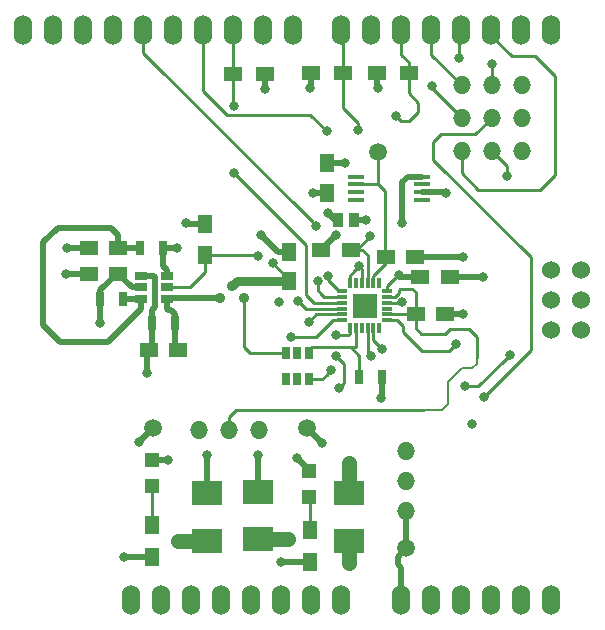
<source format=gtl>
G04 #@! TF.GenerationSoftware,KiCad,Pcbnew,no-vcs-found-2a3a699~58~ubuntu16.04.1*
G04 #@! TF.CreationDate,2017-05-21T17:49:45+03:00*
G04 #@! TF.ProjectId,interferometer,696E7465726665726F6D657465722E6B,rev?*
G04 #@! TF.FileFunction,Copper,L1,Top,Signal*
G04 #@! TF.FilePolarity,Positive*
%FSLAX46Y46*%
G04 Gerber Fmt 4.6, Leading zero omitted, Abs format (unit mm)*
G04 Created by KiCad (PCBNEW no-vcs-found-2a3a699~58~ubuntu16.04.1) date Sun May 21 17:49:45 2017*
%MOMM*%
%LPD*%
G01*
G04 APERTURE LIST*
%ADD10C,0.100000*%
%ADD11R,0.970000X1.270000*%
%ADD12R,1.473200X0.355600*%
%ADD13R,1.500000X1.250000*%
%ADD14R,1.060000X0.650000*%
%ADD15R,0.700000X1.300000*%
%ADD16C,1.500000*%
%ADD17R,1.200000X1.200000*%
%ADD18R,1.300000X1.500000*%
%ADD19O,1.524000X1.524000*%
%ADD20C,0.900000*%
%ADD21R,2.100000X2.100000*%
%ADD22R,0.812800X0.304800*%
%ADD23R,0.304800X0.812800*%
%ADD24R,1.250000X1.500000*%
%ADD25R,2.500000X2.000000*%
%ADD26R,1.500000X1.300000*%
%ADD27R,0.650000X1.060000*%
%ADD28C,1.524000*%
%ADD29O,1.524000X2.540000*%
%ADD30C,0.800000*%
%ADD31C,0.508000*%
%ADD32C,0.250000*%
%ADD33C,1.270000*%
%ADD34C,0.762000*%
%ADD35C,0.200660*%
G04 APERTURE END LIST*
D10*
D11*
X162915600Y-89916000D03*
X161635600Y-89916000D03*
D12*
X163098599Y-88198599D03*
X163098599Y-87548601D03*
X163098599Y-86898599D03*
X163098599Y-86248601D03*
X168737399Y-86248601D03*
X168737399Y-86898599D03*
X168737399Y-87548601D03*
X168737399Y-88198599D03*
D13*
X171049000Y-94742000D03*
X168549000Y-94742000D03*
X140482000Y-94488000D03*
X142982000Y-94488000D03*
D14*
X147150000Y-95631000D03*
X147150000Y-94681000D03*
X147150000Y-96581000D03*
X144950000Y-96581000D03*
X144950000Y-95631000D03*
X144950000Y-94681000D03*
D15*
X143378000Y-96647000D03*
X141478000Y-96647000D03*
D16*
X159004000Y-107569000D03*
X167386000Y-117729000D03*
X164973000Y-84201000D03*
X145923000Y-107569000D03*
D17*
X159131000Y-113368000D03*
X159131000Y-111168000D03*
X145846800Y-112453600D03*
X145846800Y-110253600D03*
D18*
X159207200Y-118901200D03*
X159207200Y-116201200D03*
X145846800Y-118469400D03*
X145846800Y-115769400D03*
D19*
X167386000Y-114554000D03*
X167386000Y-112014000D03*
X167386000Y-109474000D03*
D20*
X153638000Y-96520000D03*
X151638000Y-96520000D03*
X152638000Y-95520000D03*
D21*
X163850000Y-97167700D03*
D22*
X161957700Y-98417700D03*
X161957700Y-97917701D03*
X161957700Y-97417700D03*
X161957700Y-96917700D03*
X161957700Y-96417699D03*
X161957700Y-95917700D03*
D23*
X162600000Y-95275400D03*
X163099999Y-95275400D03*
X163600000Y-95275400D03*
X164100000Y-95275400D03*
X164600001Y-95275400D03*
X165100000Y-95275400D03*
D22*
X165742300Y-95917700D03*
X165742300Y-96417699D03*
X165742300Y-96917700D03*
X165742300Y-97417700D03*
X165742300Y-97917701D03*
X165742300Y-98417700D03*
D23*
X165100000Y-99060000D03*
X164600001Y-99060000D03*
X164100000Y-99060000D03*
X163600000Y-99060000D03*
X163099999Y-99060000D03*
X162600000Y-99060000D03*
D13*
X148062000Y-100965000D03*
X145562000Y-100965000D03*
D24*
X160655000Y-85110000D03*
X160655000Y-87610000D03*
X157480000Y-92603000D03*
X157480000Y-95103000D03*
D13*
X168128000Y-93091000D03*
X165628000Y-93091000D03*
X170668000Y-97917000D03*
X168168000Y-97917000D03*
X160167000Y-92456000D03*
X162667000Y-92456000D03*
X142982000Y-92329000D03*
X140482000Y-92329000D03*
D25*
X162560000Y-117062000D03*
X162560000Y-113062000D03*
X150495000Y-117062000D03*
X150495000Y-113062000D03*
X154813000Y-116935000D03*
X154813000Y-112935000D03*
D15*
X147762000Y-98679000D03*
X145862000Y-98679000D03*
X165288000Y-103251000D03*
X163388000Y-103251000D03*
X144846000Y-92329000D03*
X146746000Y-92329000D03*
D18*
X150368000Y-92917000D03*
X150368000Y-90217000D03*
D26*
X162005000Y-77470000D03*
X159305000Y-77470000D03*
X152701000Y-77597000D03*
X155401000Y-77597000D03*
X167593000Y-77470000D03*
X164893000Y-77470000D03*
D27*
X158158000Y-101201000D03*
X157208000Y-101201000D03*
X159108000Y-101201000D03*
X159108000Y-103401000D03*
X158158000Y-103401000D03*
X157208000Y-103401000D03*
D19*
X172085000Y-81280000D03*
X174625000Y-81280000D03*
X177165000Y-81280000D03*
X172085000Y-78486000D03*
X174625000Y-78486000D03*
X177165000Y-78486000D03*
X149860000Y-107696000D03*
X152400000Y-107696000D03*
X154940000Y-107696000D03*
X172085000Y-84074000D03*
X174625000Y-84074000D03*
X177165000Y-84074000D03*
D28*
X182206173Y-99230349D03*
X179666173Y-99230349D03*
X182206173Y-96690349D03*
X179666173Y-96690349D03*
X182206173Y-94150349D03*
X179666173Y-94150349D03*
D29*
X144106173Y-122090349D03*
X146646173Y-122090349D03*
X134962173Y-73830349D03*
X137502173Y-73830349D03*
X154266173Y-122090349D03*
X140042173Y-73830349D03*
X142582173Y-73830349D03*
X145122173Y-73830349D03*
X147662173Y-73830349D03*
X150202173Y-73830349D03*
X152742173Y-73830349D03*
X155282173Y-73830349D03*
X157822173Y-73830349D03*
X161886173Y-73830349D03*
X164426173Y-73830349D03*
X166966173Y-73830349D03*
X169506173Y-73830349D03*
X172046173Y-73830349D03*
X174586173Y-73830349D03*
X177126173Y-73830349D03*
X179666173Y-73830349D03*
X149186173Y-122090349D03*
X151726173Y-122090349D03*
X156806173Y-122090349D03*
X159346173Y-122090349D03*
X161886173Y-122090349D03*
X172046173Y-122090349D03*
X169506173Y-122090349D03*
X166966173Y-122090349D03*
X174586173Y-122090349D03*
X177126173Y-122090349D03*
X179666173Y-122090349D03*
D30*
X160782000Y-89357200D03*
X173863000Y-94742000D03*
X172974000Y-107188000D03*
X157607000Y-99822000D03*
X156591000Y-96901000D03*
X161417000Y-91186000D03*
X156794200Y-118897400D03*
X143510000Y-118440200D03*
X148082000Y-117094000D03*
X157353000Y-116967000D03*
X162560000Y-118999000D03*
X162179000Y-85090000D03*
X138557000Y-94488000D03*
X138684000Y-92329000D03*
X155067000Y-91186000D03*
X172212000Y-93091000D03*
X172212000Y-97917000D03*
X147243800Y-110236000D03*
X144780000Y-108712000D03*
X148717000Y-90170000D03*
X164973000Y-78740000D03*
X159258004Y-78740000D03*
X155447998Y-78867000D03*
X147955000Y-92329000D03*
X150495000Y-109855000D03*
X171831000Y-76200000D03*
X169545000Y-78613000D03*
X166497000Y-81153000D03*
X158242000Y-96774000D03*
X163322000Y-82296000D03*
X171577000Y-100457000D03*
X154813000Y-92964000D03*
X152781000Y-80264000D03*
X152781000Y-85979000D03*
X160781942Y-94664927D03*
X160655000Y-82423000D03*
X159758239Y-90431761D03*
X159892980Y-95123000D03*
X170727659Y-87590341D03*
X156083000Y-93599000D03*
X159111000Y-98552000D03*
X164338000Y-91313000D03*
X159512000Y-87630000D03*
X158115000Y-110109004D03*
X154813000Y-109855000D03*
X160274000Y-108839000D03*
X161417000Y-101436010D03*
X161417000Y-99695000D03*
X161671000Y-104140000D03*
X175895000Y-86233000D03*
X176149000Y-101346000D03*
X172338994Y-104013000D03*
X165354000Y-100838000D03*
X174625000Y-76708000D03*
X173990000Y-104902000D03*
X164406160Y-101414160D03*
X163982400Y-89916000D03*
X163850000Y-97167700D03*
X166751000Y-94615010D03*
X163374990Y-93842140D03*
X165277800Y-105003600D03*
X167005000Y-90170000D03*
X141478000Y-98679000D03*
X162560000Y-110490000D03*
X166982288Y-96879498D03*
X161036000Y-102616000D03*
X145415000Y-102870000D03*
D31*
X166966173Y-119380000D02*
X166966173Y-122090349D01*
X167386000Y-117729000D02*
X166636001Y-118478999D01*
X166636001Y-118478999D02*
X166636001Y-119049828D01*
X166636001Y-119049828D02*
X166966173Y-119380000D01*
X167386000Y-114554000D02*
X167386000Y-117729000D01*
X161635600Y-89916000D02*
X161340800Y-89916000D01*
X161340800Y-89916000D02*
X160782000Y-89357200D01*
X171049000Y-94742000D02*
X173863000Y-94742000D01*
D32*
X161170300Y-98417700D02*
X159766000Y-99822000D01*
X159766000Y-99822000D02*
X157607000Y-99822000D01*
X161957700Y-98417700D02*
X161170300Y-98417700D01*
D31*
X160167000Y-92456000D02*
X160167000Y-92436000D01*
X160167000Y-92436000D02*
X161417000Y-91186000D01*
X159207200Y-118901200D02*
X156798000Y-118901200D01*
X156798000Y-118901200D02*
X156794200Y-118897400D01*
X145846800Y-118469400D02*
X143539200Y-118469400D01*
X143539200Y-118469400D02*
X143510000Y-118440200D01*
D33*
X150495000Y-117062000D02*
X148114000Y-117062000D01*
X148114000Y-117062000D02*
X148082000Y-117094000D01*
X154813000Y-116935000D02*
X157321000Y-116935000D01*
X157321000Y-116935000D02*
X157353000Y-116967000D01*
X162560000Y-117062000D02*
X162560000Y-118999000D01*
D31*
X160655000Y-85110000D02*
X162159000Y-85110000D01*
X162159000Y-85110000D02*
X162179000Y-85090000D01*
X140482000Y-94488000D02*
X138557000Y-94488000D01*
X140482000Y-92329000D02*
X138684000Y-92329000D01*
X157480000Y-92603000D02*
X156484000Y-92603000D01*
X156484000Y-92603000D02*
X155067000Y-91186000D01*
X168128000Y-93091000D02*
X172212000Y-93091000D01*
X170668000Y-97917000D02*
X172212000Y-97917000D01*
X145846800Y-110253600D02*
X147226200Y-110253600D01*
X147226200Y-110253600D02*
X147243800Y-110236000D01*
X145923000Y-107569000D02*
X144780000Y-108712000D01*
X150368000Y-90217000D02*
X148764000Y-90217000D01*
X148764000Y-90217000D02*
X148717000Y-90170000D01*
X164893000Y-77470000D02*
X164893000Y-78660000D01*
X164893000Y-78660000D02*
X164973000Y-78740000D01*
X159305000Y-78693004D02*
X159258004Y-78740000D01*
X159305000Y-77470000D02*
X159305000Y-78693004D01*
X155401000Y-78820002D02*
X155447998Y-78867000D01*
X155401000Y-77597000D02*
X155401000Y-78820002D01*
X147150000Y-94191000D02*
X146746000Y-93787000D01*
X146746000Y-93787000D02*
X146746000Y-92329000D01*
X147150000Y-94681000D02*
X147150000Y-94191000D01*
X146746000Y-92329000D02*
X147955000Y-92329000D01*
X150495000Y-113062000D02*
X150495000Y-109855000D01*
D32*
X147193000Y-94638000D02*
X147150000Y-94681000D01*
X178308000Y-76073000D02*
X176320824Y-76073000D01*
X176320824Y-76073000D02*
X174586173Y-74338349D01*
X174586173Y-74338349D02*
X174586173Y-73830349D01*
X179959000Y-77724000D02*
X178308000Y-76073000D01*
X179959000Y-86106000D02*
X179959000Y-77724000D01*
X178689000Y-87376000D02*
X179959000Y-86106000D01*
X173482000Y-87376000D02*
X178689000Y-87376000D01*
X172085000Y-85979000D02*
X173482000Y-87376000D01*
X172085000Y-84074000D02*
X172085000Y-85979000D01*
X171831000Y-76200000D02*
X171831000Y-74045522D01*
X171831000Y-74045522D02*
X172046173Y-73830349D01*
X172085000Y-81280000D02*
X169545000Y-78740000D01*
X169545000Y-78740000D02*
X169545000Y-78613000D01*
X172085000Y-78486000D02*
X169506173Y-75907173D01*
X169506173Y-75907173D02*
X169506173Y-73830349D01*
X167593000Y-77470000D02*
X167593000Y-76570000D01*
X167593000Y-76570000D02*
X166966173Y-75943173D01*
X166966173Y-75943173D02*
X166966173Y-73830349D01*
X168402000Y-80010000D02*
X167593000Y-79201000D01*
X167593000Y-79201000D02*
X167593000Y-77470000D01*
X168402000Y-80772000D02*
X168402000Y-80010000D01*
X166831000Y-73965522D02*
X166966173Y-73830349D01*
X167621001Y-81552999D02*
X168402000Y-80772000D01*
X166497000Y-81153000D02*
X166896999Y-81552999D01*
X166896999Y-81552999D02*
X167621001Y-81552999D01*
X161957700Y-97417700D02*
X158885700Y-97417700D01*
X158885700Y-97417700D02*
X158242000Y-96774000D01*
X171577000Y-100457000D02*
X171022000Y-101012000D01*
X171022000Y-101012000D02*
X168703000Y-101012000D01*
X168703000Y-101012000D02*
X167132000Y-99441000D01*
X167132000Y-99441000D02*
X167132000Y-98933000D01*
X167132000Y-98933000D02*
X166616700Y-98417700D01*
X166616700Y-98417700D02*
X165742300Y-98417700D01*
X162005000Y-77470000D02*
X162005000Y-73949176D01*
X162005000Y-73949176D02*
X161886173Y-73830349D01*
X163322000Y-82296000D02*
X163322000Y-81730315D01*
X163322000Y-81730315D02*
X162005000Y-80413315D01*
X162005000Y-78370000D02*
X162005000Y-77470000D01*
X162005000Y-80413315D02*
X162005000Y-78370000D01*
X150368000Y-92917000D02*
X154766000Y-92917000D01*
X154766000Y-92917000D02*
X154813000Y-92964000D01*
X149098000Y-95631000D02*
X150368000Y-94361000D01*
X150368000Y-94361000D02*
X150368000Y-92917000D01*
X147150000Y-95631000D02*
X149098000Y-95631000D01*
X152701000Y-80184000D02*
X152781000Y-80264000D01*
X152701000Y-77597000D02*
X152701000Y-80184000D01*
X158877000Y-96266000D02*
X158877000Y-92075000D01*
X158877000Y-92075000D02*
X152781000Y-85979000D01*
X159528700Y-96917700D02*
X158877000Y-96266000D01*
X161957700Y-96917700D02*
X159528700Y-96917700D01*
X152701000Y-77597000D02*
X152701000Y-73871522D01*
X152701000Y-73871522D02*
X152742173Y-73830349D01*
X160655000Y-82423000D02*
X159258000Y-81026000D01*
X159258000Y-81026000D02*
X152196800Y-81026000D01*
X152196800Y-81026000D02*
X150202173Y-79031373D01*
X150202173Y-79031373D02*
X150202173Y-73830349D01*
X161957700Y-95917700D02*
X161703700Y-95917700D01*
X161703700Y-95917700D02*
X160781942Y-94995942D01*
X160781942Y-94995942D02*
X160781942Y-94664927D01*
X159358240Y-90031762D02*
X159758239Y-90431761D01*
X145122173Y-75795695D02*
X159358240Y-90031762D01*
X145122173Y-73830349D02*
X145122173Y-75795695D01*
X159892980Y-95688685D02*
X159892980Y-95123000D01*
X160165999Y-96157999D02*
X159892980Y-95884980D01*
X160425699Y-96417699D02*
X160165999Y-96157999D01*
X159892980Y-95884980D02*
X159892980Y-95688685D01*
X161957700Y-96417699D02*
X160425699Y-96417699D01*
X160274000Y-96266000D02*
X160165999Y-96157999D01*
D31*
X168737399Y-87548601D02*
X170685919Y-87548601D01*
X170685919Y-87548601D02*
X170727659Y-87590341D01*
D32*
X156101000Y-93599000D02*
X156083000Y-93599000D01*
X157480000Y-94978000D02*
X156101000Y-93599000D01*
X157480000Y-95103000D02*
X157480000Y-94978000D01*
D34*
X157480000Y-95103000D02*
X153055000Y-95103000D01*
X153055000Y-95103000D02*
X152638000Y-95520000D01*
D32*
X161957700Y-97917701D02*
X159745299Y-97917701D01*
X159745299Y-97917701D02*
X159111000Y-98552000D01*
X162667000Y-92456000D02*
X163195000Y-92456000D01*
X163195000Y-92456000D02*
X164338000Y-91313000D01*
X164100000Y-95275400D02*
X164100000Y-92889000D01*
X164100000Y-92889000D02*
X163667000Y-92456000D01*
X163667000Y-92456000D02*
X162667000Y-92456000D01*
D31*
X160655000Y-87610000D02*
X159532000Y-87610000D01*
X159532000Y-87610000D02*
X159512000Y-87630000D01*
X158514999Y-110509003D02*
X158115000Y-110109004D01*
X159131000Y-111125004D02*
X158514999Y-110509003D01*
X159131000Y-111168000D02*
X159131000Y-111125004D01*
X154813000Y-112935000D02*
X154813000Y-109855000D01*
X159004000Y-107569000D02*
X160274000Y-108839000D01*
D32*
X162070999Y-102090009D02*
X161816999Y-101836009D01*
X162070999Y-103740001D02*
X162070999Y-102090009D01*
X161671000Y-104140000D02*
X162070999Y-103740001D01*
X161816999Y-101836009D02*
X161417000Y-101436010D01*
X162433000Y-99695000D02*
X162600000Y-99528000D01*
X162600000Y-99528000D02*
X162600000Y-99060000D01*
X161417000Y-99695000D02*
X162433000Y-99695000D01*
X174625000Y-84074000D02*
X175895000Y-85344000D01*
X175895000Y-85344000D02*
X175895000Y-86233000D01*
X167894000Y-95758000D02*
X168168000Y-96032000D01*
X168168000Y-96032000D02*
X168168000Y-97917000D01*
X166878000Y-95758000D02*
X167894000Y-95758000D01*
X166751000Y-95885000D02*
X166878000Y-95758000D01*
X166751000Y-96065399D02*
X166751000Y-95885000D01*
X165742300Y-96417699D02*
X166398700Y-96417699D01*
X166398700Y-96417699D02*
X166751000Y-96065399D01*
X165742300Y-97917701D02*
X168167299Y-97917701D01*
D35*
X172974000Y-102489000D02*
X173355000Y-102108000D01*
X173355000Y-102108000D02*
X173355000Y-101600000D01*
X172085000Y-102489000D02*
X172974000Y-102489000D01*
X170942000Y-103632000D02*
X172085000Y-102489000D01*
X170942000Y-105537000D02*
X170942000Y-103632000D01*
X170434000Y-106045000D02*
X170942000Y-105537000D01*
X168910000Y-106045000D02*
X170434000Y-106045000D01*
D32*
X152400000Y-107696000D02*
X152400000Y-106618370D01*
X173355000Y-101600000D02*
X173355000Y-99822000D01*
X152400000Y-106618370D02*
X152973370Y-106045000D01*
X152973370Y-106045000D02*
X168910000Y-106045000D01*
X173355000Y-99822000D02*
X172720000Y-99187000D01*
X172720000Y-99187000D02*
X171069000Y-99187000D01*
X171069000Y-99187000D02*
X170688000Y-99568000D01*
X170688000Y-99568000D02*
X168656000Y-99568000D01*
X168656000Y-99568000D02*
X168168000Y-99080000D01*
X168168000Y-99080000D02*
X168168000Y-97917000D01*
X175749001Y-101745999D02*
X176149000Y-101346000D01*
X172338994Y-104013000D02*
X173482000Y-104013000D01*
X173482000Y-104013000D02*
X175749001Y-101745999D01*
X165354000Y-100838000D02*
X164592000Y-100076000D01*
X164592000Y-100076000D02*
X164600001Y-100067999D01*
X164600001Y-100067999D02*
X164600001Y-99060000D01*
X174625000Y-78486000D02*
X174625000Y-76708000D01*
X174389999Y-104502001D02*
X173990000Y-104902000D01*
X169672000Y-84836000D02*
X177927000Y-93091000D01*
X177927000Y-100965000D02*
X174389999Y-104502001D01*
X177927000Y-93091000D02*
X177927000Y-100965000D01*
X170307000Y-82677000D02*
X169672000Y-83312000D01*
X169672000Y-83312000D02*
X169672000Y-84836000D01*
X174625000Y-81280000D02*
X173228000Y-82677000D01*
X173228000Y-82677000D02*
X170307000Y-82677000D01*
X164100000Y-101108000D02*
X164406160Y-101414160D01*
X164100000Y-99060000D02*
X164100000Y-101108000D01*
D31*
X162915600Y-89916000D02*
X163982400Y-89916000D01*
X141485400Y-95859600D02*
X141485400Y-96639600D01*
X141485400Y-96639600D02*
X141478000Y-96647000D01*
X142982000Y-94488000D02*
X142857000Y-94488000D01*
X142857000Y-94488000D02*
X141485400Y-95859600D01*
D32*
X166642590Y-94615010D02*
X166751000Y-94615010D01*
X165742300Y-95917700D02*
X165742300Y-95515300D01*
X165742300Y-95515300D02*
X166642590Y-94615010D01*
D31*
X168549000Y-94742000D02*
X166877990Y-94742000D01*
X166877990Y-94742000D02*
X166751000Y-94615010D01*
D32*
X165742300Y-95917700D02*
X165996300Y-95917700D01*
X165996300Y-95917700D02*
X166029000Y-95885000D01*
X163600000Y-94067150D02*
X163374990Y-93842140D01*
X163600000Y-95275400D02*
X163600000Y-94067150D01*
X162600000Y-94617130D02*
X162974991Y-94242139D01*
X162600000Y-95275400D02*
X162600000Y-94617130D01*
X162974991Y-94242139D02*
X163374990Y-93842140D01*
D31*
X165288000Y-103251000D02*
X165288000Y-104993400D01*
X165288000Y-104993400D02*
X165277800Y-105003600D01*
X168737399Y-86248601D02*
X167492799Y-86248601D01*
X167492799Y-86248601D02*
X167005000Y-86736400D01*
X167005000Y-86736400D02*
X167005000Y-90170000D01*
X165288000Y-103251000D02*
X165288000Y-103571000D01*
X144950000Y-95631000D02*
X144125000Y-95631000D01*
X144125000Y-95631000D02*
X142982000Y-94488000D01*
X141478000Y-96647000D02*
X141478000Y-98679000D01*
D33*
X162560000Y-113062000D02*
X162560000Y-110490000D01*
D31*
X144950000Y-96581000D02*
X143444000Y-96581000D01*
X143444000Y-96581000D02*
X143378000Y-96647000D01*
X142982000Y-92329000D02*
X144846000Y-92329000D01*
X144950000Y-96581000D02*
X144950000Y-97414000D01*
X142135600Y-100228400D02*
X138049000Y-100228400D01*
X142387800Y-90601800D02*
X142982000Y-91196000D01*
X144950000Y-97414000D02*
X142135600Y-100228400D01*
X138049000Y-100228400D02*
X136652000Y-98831400D01*
X137871200Y-90601800D02*
X142387800Y-90601800D01*
X136652000Y-98831400D02*
X136652000Y-91821000D01*
X136652000Y-91821000D02*
X137871200Y-90601800D01*
X142982000Y-91196000D02*
X142982000Y-92329000D01*
D32*
X142857000Y-92329000D02*
X142982000Y-92329000D01*
X144884000Y-96647000D02*
X144950000Y-96581000D01*
D31*
X147762000Y-98679000D02*
X147762000Y-100665000D01*
X147762000Y-100665000D02*
X148062000Y-100965000D01*
X147472400Y-97561400D02*
X147762000Y-97851000D01*
X147762000Y-97851000D02*
X147762000Y-98679000D01*
X147297400Y-97561400D02*
X147472400Y-97561400D01*
X147150000Y-96581000D02*
X147150000Y-97414000D01*
X147150000Y-97414000D02*
X147297400Y-97561400D01*
X151638000Y-96520000D02*
X147211000Y-96520000D01*
X147211000Y-96520000D02*
X147150000Y-96581000D01*
D32*
X153670000Y-96647000D02*
X153670000Y-100711000D01*
X153670000Y-100711000D02*
X154160000Y-101201000D01*
X154160000Y-101201000D02*
X157208000Y-101201000D01*
X162179000Y-100711000D02*
X163099999Y-100711000D01*
X163099999Y-100711000D02*
X163099999Y-99060000D01*
X163388000Y-103251000D02*
X163388000Y-101412000D01*
X163388000Y-101412000D02*
X162687000Y-100711000D01*
X162687000Y-100711000D02*
X162179000Y-100711000D01*
X159108000Y-101201000D02*
X159108000Y-100996000D01*
X159108000Y-100996000D02*
X159393000Y-100711000D01*
X159393000Y-100711000D02*
X162179000Y-100711000D01*
X166944086Y-96917700D02*
X165742300Y-96917700D01*
X166982288Y-96879498D02*
X166944086Y-96917700D01*
X160636001Y-103015999D02*
X161036000Y-102616000D01*
X160251000Y-103401000D02*
X160636001Y-103015999D01*
X159108000Y-103401000D02*
X160251000Y-103401000D01*
X165628000Y-93591001D02*
X164600001Y-94619000D01*
X165628000Y-93091000D02*
X165628000Y-93591001D01*
X165592998Y-93055998D02*
X165592998Y-87487998D01*
X164973000Y-84201000D02*
X164973000Y-86868000D01*
X164973000Y-86868000D02*
X165003599Y-86898599D01*
X165628000Y-93091000D02*
X165592998Y-93055998D01*
X165592998Y-87487998D02*
X165003599Y-86898599D01*
X165003599Y-86898599D02*
X163098599Y-86898599D01*
X164600001Y-94619000D02*
X164600001Y-95275400D01*
D31*
X145862000Y-98679000D02*
X145862000Y-97521000D01*
X145862000Y-97521000D02*
X146075400Y-97307600D01*
X145988000Y-94681000D02*
X144950000Y-94681000D01*
X146075400Y-97307600D02*
X146075400Y-94768400D01*
X146075400Y-94768400D02*
X145988000Y-94681000D01*
X145862000Y-98679000D02*
X145862000Y-100665000D01*
X145862000Y-100665000D02*
X145562000Y-100965000D01*
X145415000Y-102870000D02*
X145415000Y-101112000D01*
D32*
X145415000Y-101112000D02*
X145562000Y-100965000D01*
X145846800Y-112453600D02*
X145846800Y-113368000D01*
X145846800Y-113368000D02*
X145846800Y-115769400D01*
X159207200Y-116201200D02*
X159207200Y-113444200D01*
X159207200Y-113444200D02*
X159131000Y-113368000D01*
X159181800Y-116175800D02*
X159207200Y-116201200D01*
M02*

</source>
